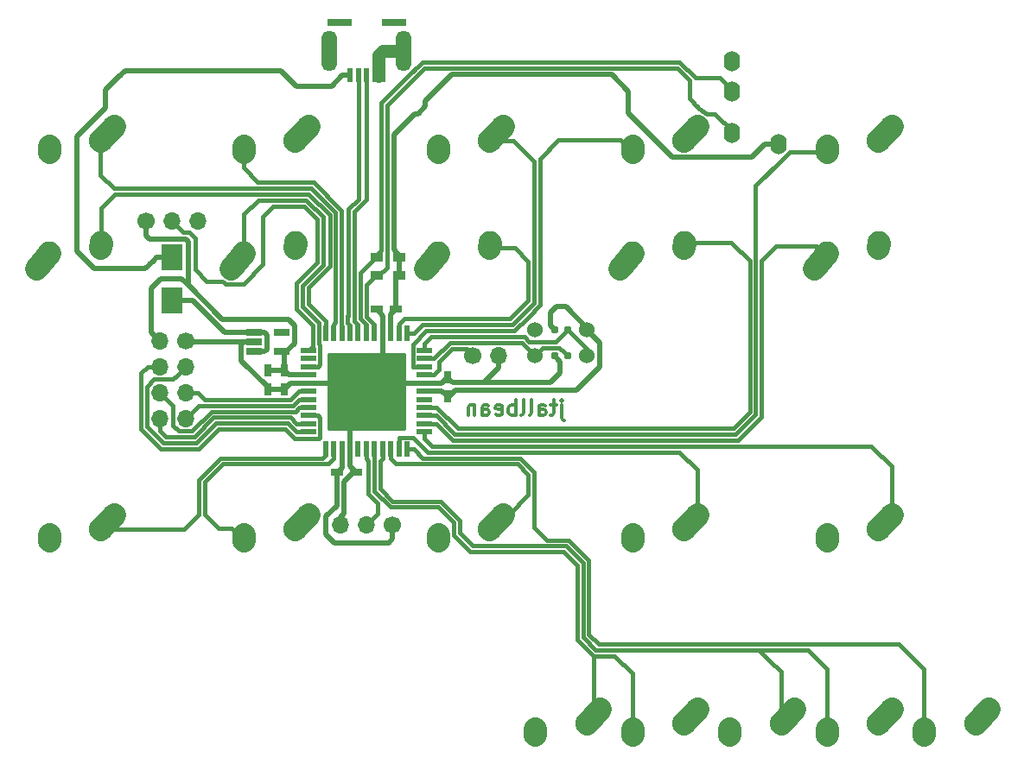
<source format=gbl>
G04 #@! TF.FileFunction,Copper,L2,Bot,Signal*
%FSLAX46Y46*%
G04 Gerber Fmt 4.6, Leading zero omitted, Abs format (unit mm)*
G04 Created by KiCad (PCBNEW 4.0.7) date 06/11/18 00:32:22*
%MOMM*%
%LPD*%
G01*
G04 APERTURE LIST*
%ADD10C,0.100000*%
%ADD11C,0.300000*%
%ADD12R,0.750000X1.200000*%
%ADD13R,1.200000X0.750000*%
%ADD14R,2.030000X2.650000*%
%ADD15R,2.350000X0.800000*%
%ADD16R,0.500000X1.400000*%
%ADD17O,1.500000X4.000000*%
%ADD18O,1.600000X2.000000*%
%ADD19C,1.700000*%
%ADD20O,1.700000X1.700000*%
%ADD21C,0.784860*%
%ADD22C,1.524000*%
%ADD23R,1.200000X0.900000*%
%ADD24C,2.250000*%
%ADD25C,2.250000*%
%ADD26R,1.560000X0.650000*%
%ADD27R,0.550000X1.500000*%
%ADD28R,1.500000X0.550000*%
%ADD29C,0.550000*%
%ADD30C,1.300000*%
%ADD31C,0.381000*%
%ADD32C,0.500000*%
%ADD33C,0.310000*%
%ADD34C,0.254000*%
G04 APERTURE END LIST*
D10*
D11*
X100071428Y-75178571D02*
X100071428Y-76464286D01*
X100142857Y-76607143D01*
X100285714Y-76678571D01*
X100357142Y-76678571D01*
X100071428Y-74678571D02*
X100142857Y-74750000D01*
X100071428Y-74821429D01*
X100000000Y-74750000D01*
X100071428Y-74678571D01*
X100071428Y-74821429D01*
X99571428Y-75178571D02*
X98999999Y-75178571D01*
X99357142Y-74678571D02*
X99357142Y-75964286D01*
X99285714Y-76107143D01*
X99142856Y-76178571D01*
X98999999Y-76178571D01*
X97857142Y-76178571D02*
X97857142Y-75392857D01*
X97928571Y-75250000D01*
X98071428Y-75178571D01*
X98357142Y-75178571D01*
X98499999Y-75250000D01*
X97857142Y-76107143D02*
X97999999Y-76178571D01*
X98357142Y-76178571D01*
X98499999Y-76107143D01*
X98571428Y-75964286D01*
X98571428Y-75821429D01*
X98499999Y-75678571D01*
X98357142Y-75607143D01*
X97999999Y-75607143D01*
X97857142Y-75535714D01*
X96928570Y-76178571D02*
X97071428Y-76107143D01*
X97142856Y-75964286D01*
X97142856Y-74678571D01*
X96142856Y-76178571D02*
X96285714Y-76107143D01*
X96357142Y-75964286D01*
X96357142Y-74678571D01*
X95571428Y-76178571D02*
X95571428Y-74678571D01*
X95571428Y-75250000D02*
X95428571Y-75178571D01*
X95142857Y-75178571D01*
X95000000Y-75250000D01*
X94928571Y-75321429D01*
X94857142Y-75464286D01*
X94857142Y-75892857D01*
X94928571Y-76035714D01*
X95000000Y-76107143D01*
X95142857Y-76178571D01*
X95428571Y-76178571D01*
X95571428Y-76107143D01*
X93642857Y-76107143D02*
X93785714Y-76178571D01*
X94071428Y-76178571D01*
X94214285Y-76107143D01*
X94285714Y-75964286D01*
X94285714Y-75392857D01*
X94214285Y-75250000D01*
X94071428Y-75178571D01*
X93785714Y-75178571D01*
X93642857Y-75250000D01*
X93571428Y-75392857D01*
X93571428Y-75535714D01*
X94285714Y-75678571D01*
X92285714Y-76178571D02*
X92285714Y-75392857D01*
X92357143Y-75250000D01*
X92500000Y-75178571D01*
X92785714Y-75178571D01*
X92928571Y-75250000D01*
X92285714Y-76107143D02*
X92428571Y-76178571D01*
X92785714Y-76178571D01*
X92928571Y-76107143D01*
X93000000Y-75964286D01*
X93000000Y-75821429D01*
X92928571Y-75678571D01*
X92785714Y-75607143D01*
X92428571Y-75607143D01*
X92285714Y-75535714D01*
X91571428Y-75178571D02*
X91571428Y-76178571D01*
X91571428Y-75321429D02*
X91500000Y-75250000D01*
X91357142Y-75178571D01*
X91142857Y-75178571D01*
X91000000Y-75250000D01*
X90928571Y-75392857D01*
X90928571Y-76178571D01*
D12*
X72900000Y-71750000D03*
X72900000Y-73650000D03*
X71300000Y-71750000D03*
X71300000Y-73650000D03*
D13*
X78050000Y-81800000D03*
X79950000Y-81800000D03*
D12*
X88900000Y-74350000D03*
X88900000Y-72450000D03*
D13*
X83850000Y-65800000D03*
X81950000Y-65800000D03*
D14*
X61900000Y-64900000D03*
X61900000Y-60720000D03*
D15*
X83645000Y-37660000D03*
X78295000Y-37660000D03*
D16*
X79370000Y-42860000D03*
X80170000Y-42860000D03*
X80970000Y-42860000D03*
X81770000Y-42860000D03*
X82570000Y-42860000D03*
D17*
X77320000Y-40460000D03*
X84620000Y-40460000D03*
D18*
X121350000Y-49550000D03*
X116750000Y-48450000D03*
X116750000Y-41450000D03*
X116750000Y-44450000D03*
D19*
X63240000Y-68880000D03*
D20*
X60700000Y-68880000D03*
X63240000Y-71420000D03*
X60700000Y-71420000D03*
X63240000Y-73960000D03*
X60700000Y-73960000D03*
X63240000Y-76500000D03*
X60700000Y-76500000D03*
D19*
X83540000Y-86900000D03*
D20*
X81000000Y-86900000D03*
X78460000Y-86900000D03*
D19*
X59360000Y-57150000D03*
D20*
X61900000Y-57150000D03*
X64440000Y-57150000D03*
D19*
X91400000Y-70300000D03*
D20*
X93940000Y-70300000D03*
D21*
X100647500Y-67786250D03*
X99377500Y-67786250D03*
X100647500Y-70326250D03*
X99377500Y-70326250D03*
D22*
X102552500Y-67786250D03*
X97472500Y-67786250D03*
X102552500Y-70326250D03*
X97472500Y-70326250D03*
D23*
X82000000Y-62500000D03*
X84200000Y-62500000D03*
X82000000Y-60700000D03*
X84200000Y-60700000D03*
D24*
X49887500Y-49743750D02*
X49847500Y-50323750D01*
D25*
X49847500Y-50323750D03*
D24*
X56197500Y-47783750D02*
X54887498Y-49243750D01*
D25*
X54887500Y-49243750D03*
D24*
X68937500Y-49743750D02*
X68897500Y-50323750D01*
D25*
X68897500Y-50323750D03*
D24*
X75247500Y-47783750D02*
X73937498Y-49243750D01*
D25*
X73937500Y-49243750D03*
D24*
X87987500Y-49743750D02*
X87947500Y-50323750D01*
D25*
X87947500Y-50323750D03*
D24*
X94297500Y-47783750D02*
X92987498Y-49243750D01*
D25*
X92987500Y-49243750D03*
D24*
X107037500Y-49743750D02*
X106997500Y-50323750D01*
D25*
X106997500Y-50323750D03*
D24*
X113347500Y-47783750D02*
X112037498Y-49243750D01*
D25*
X112037500Y-49243750D03*
D24*
X126087500Y-49743750D02*
X126047500Y-50323750D01*
D25*
X126047500Y-50323750D03*
D24*
X132397500Y-47783750D02*
X131087498Y-49243750D01*
D25*
X131087500Y-49243750D03*
D24*
X54887500Y-59793750D02*
X54927500Y-59213750D01*
D25*
X54927500Y-59213750D03*
D24*
X48577500Y-61753750D02*
X49887502Y-60293750D01*
D25*
X49887500Y-60293750D03*
D24*
X73937500Y-59793750D02*
X73977500Y-59213750D01*
D25*
X73977500Y-59213750D03*
D24*
X67627500Y-61753750D02*
X68937502Y-60293750D01*
D25*
X68937500Y-60293750D03*
D24*
X92987500Y-59793750D02*
X93027500Y-59213750D01*
D25*
X93027500Y-59213750D03*
D24*
X86677500Y-61753750D02*
X87987502Y-60293750D01*
D25*
X87987500Y-60293750D03*
D24*
X112037500Y-59793750D02*
X112077500Y-59213750D01*
D25*
X112077500Y-59213750D03*
D24*
X105727500Y-61753750D02*
X107037502Y-60293750D01*
D25*
X107037500Y-60293750D03*
D24*
X131087500Y-59793750D02*
X131127500Y-59213750D01*
D25*
X131127500Y-59213750D03*
D24*
X124777500Y-61753750D02*
X126087502Y-60293750D01*
D25*
X126087500Y-60293750D03*
D24*
X49887500Y-87843750D02*
X49847500Y-88423750D01*
D25*
X49847500Y-88423750D03*
D24*
X56197500Y-85883750D02*
X54887498Y-87343750D01*
D25*
X54887500Y-87343750D03*
D24*
X68937500Y-87843750D02*
X68897500Y-88423750D01*
D25*
X68897500Y-88423750D03*
D24*
X75247500Y-85883750D02*
X73937498Y-87343750D01*
D25*
X73937500Y-87343750D03*
D24*
X87987500Y-87843750D02*
X87947500Y-88423750D01*
D25*
X87947500Y-88423750D03*
D24*
X94297500Y-85883750D02*
X92987498Y-87343750D01*
D25*
X92987500Y-87343750D03*
D24*
X107037500Y-87843750D02*
X106997500Y-88423750D01*
D25*
X106997500Y-88423750D03*
D24*
X113347500Y-85883750D02*
X112037498Y-87343750D01*
D25*
X112037500Y-87343750D03*
D24*
X126087500Y-87843750D02*
X126047500Y-88423750D01*
D25*
X126047500Y-88423750D03*
D24*
X132397500Y-85883750D02*
X131087498Y-87343750D01*
D25*
X131087500Y-87343750D03*
D24*
X97512500Y-106893750D02*
X97472500Y-107473750D01*
D25*
X97472500Y-107473750D03*
D24*
X103822500Y-104933750D02*
X102512498Y-106393750D01*
D25*
X102512500Y-106393750D03*
D24*
X116562500Y-106893750D02*
X116522500Y-107473750D01*
D25*
X116522500Y-107473750D03*
D24*
X122872500Y-104933750D02*
X121562498Y-106393750D01*
D25*
X121562500Y-106393750D03*
D24*
X135612500Y-106893750D02*
X135572500Y-107473750D01*
D25*
X135572500Y-107473750D03*
D24*
X141922500Y-104933750D02*
X140612498Y-106393750D01*
D25*
X140612500Y-106393750D03*
D24*
X107037500Y-106893750D02*
X106997500Y-107473750D01*
D25*
X106997500Y-107473750D03*
D24*
X113347500Y-104933750D02*
X112037498Y-106393750D01*
D25*
X112037500Y-106393750D03*
D24*
X126087500Y-106893750D02*
X126047500Y-107473750D01*
D25*
X126047500Y-107473750D03*
D24*
X132397500Y-104933750D02*
X131087498Y-106393750D01*
D25*
X131087500Y-106393750D03*
D26*
X69950000Y-69950000D03*
X69950000Y-69000000D03*
X69950000Y-68050000D03*
X72650000Y-68050000D03*
X72650000Y-69950000D03*
D27*
X84950000Y-79518750D03*
X84150000Y-79518750D03*
X83350000Y-79518750D03*
X82550000Y-79518750D03*
X81750000Y-79518750D03*
X80950000Y-79518750D03*
X80150000Y-79518750D03*
X79350000Y-79518750D03*
X78550000Y-79518750D03*
X77750000Y-79518750D03*
X76950000Y-79518750D03*
D28*
X75250000Y-77818750D03*
X75250000Y-77018750D03*
X75250000Y-76218750D03*
X75250000Y-75418750D03*
X75250000Y-74618750D03*
X75250000Y-73818750D03*
X75250000Y-73018750D03*
X75250000Y-72218750D03*
X75250000Y-71418750D03*
X75250000Y-70618750D03*
X75250000Y-69818750D03*
D27*
X76950000Y-68118750D03*
X77750000Y-68118750D03*
X78550000Y-68118750D03*
X79350000Y-68118750D03*
X80150000Y-68118750D03*
X80950000Y-68118750D03*
X81750000Y-68118750D03*
X82550000Y-68118750D03*
X83350000Y-68118750D03*
X84150000Y-68118750D03*
X84950000Y-68118750D03*
D28*
X86650000Y-69818750D03*
X86650000Y-70618750D03*
X86650000Y-71418750D03*
X86650000Y-72218750D03*
X86650000Y-73018750D03*
X86650000Y-73818750D03*
X86650000Y-74618750D03*
X86650000Y-75418750D03*
X86650000Y-76218750D03*
X86650000Y-77018750D03*
X86650000Y-77818750D03*
D29*
X84200000Y-60700000D02*
X84200000Y-60500000D01*
X84200000Y-60500000D02*
X83656011Y-59956011D01*
X85706249Y-46593751D02*
X86055501Y-46593751D01*
X83656011Y-59956011D02*
X83656011Y-48643989D01*
X83656011Y-48643989D02*
X85706249Y-46593751D01*
X86055501Y-46593751D02*
X86757501Y-45891751D01*
X118706249Y-50843751D02*
X120000000Y-49550000D01*
X86757501Y-45891751D02*
X86757501Y-45319775D01*
X106625748Y-44425748D02*
X106625748Y-46525748D01*
X86757501Y-45319775D02*
X89302427Y-42774849D01*
X89302427Y-42774849D02*
X104974849Y-42774849D01*
X104974849Y-42774849D02*
X106625748Y-44425748D01*
X106625748Y-46525748D02*
X110943751Y-50843751D01*
X110943751Y-50843751D02*
X118706249Y-50843751D01*
X120000000Y-49550000D02*
X121350000Y-49550000D01*
X63500000Y-63434252D02*
X63500000Y-59124998D01*
X63500000Y-59124998D02*
X63295001Y-58919999D01*
X63295001Y-58919999D02*
X59729999Y-58919999D01*
X59729999Y-58919999D02*
X59360000Y-58550000D01*
X59360000Y-58550000D02*
X59360000Y-57150000D01*
X63500000Y-63434252D02*
X62865748Y-62800000D01*
X66828399Y-66762651D02*
X63500000Y-63434252D01*
X77000000Y-86100000D02*
X78050000Y-85050000D01*
X78050000Y-85050000D02*
X78050000Y-81800000D01*
X77000000Y-87900000D02*
X77000000Y-86100000D01*
X77800000Y-88700000D02*
X77000000Y-87900000D01*
X83140000Y-88700000D02*
X77800000Y-88700000D01*
X83540000Y-86900000D02*
X83540000Y-88300000D01*
X83540000Y-88300000D02*
X83140000Y-88700000D01*
X62865748Y-62800000D02*
X60804998Y-62800000D01*
X60804998Y-62800000D02*
X59850001Y-63754997D01*
X59850001Y-63754997D02*
X59850001Y-68030001D01*
X59850001Y-68030001D02*
X60700000Y-68880000D01*
X72650000Y-69950000D02*
X73105000Y-69950000D01*
X73105000Y-69950000D02*
X73905001Y-69149999D01*
X73905001Y-69149999D02*
X73905001Y-67344999D01*
X73905001Y-67344999D02*
X73322653Y-66762651D01*
X73322653Y-66762651D02*
X66828399Y-66762651D01*
X102552500Y-67786250D02*
X102552500Y-67622083D01*
X102552500Y-67622083D02*
X100477636Y-65547219D01*
X100477636Y-65547219D02*
X99547364Y-65547219D01*
X99547364Y-65547219D02*
X98985071Y-66109512D01*
X98985071Y-66109512D02*
X98985071Y-67393821D01*
X98985071Y-67393821D02*
X99377500Y-67786250D01*
X89649990Y-73750010D02*
X101507742Y-73750010D01*
X103789501Y-71468251D02*
X103789501Y-69023251D01*
X101507742Y-73750010D02*
X103789501Y-71468251D01*
X103789501Y-69023251D02*
X103314499Y-68548249D01*
X103314499Y-68548249D02*
X102552500Y-67786250D01*
X88900000Y-74350000D02*
X89050000Y-74350000D01*
X89050000Y-74350000D02*
X89649990Y-73750010D01*
X72900000Y-71750000D02*
X72900000Y-70200000D01*
X72900000Y-70200000D02*
X72650000Y-69950000D01*
X71300000Y-71750000D02*
X72900000Y-71750000D01*
X75250000Y-72218750D02*
X73368750Y-72218750D01*
X73368750Y-72218750D02*
X72900000Y-71750000D01*
X83850000Y-65800000D02*
X83850000Y-62850000D01*
X83850000Y-62850000D02*
X84200000Y-62500000D01*
X84200000Y-60700000D02*
X84200000Y-62500000D01*
X83350000Y-66300000D02*
X83350000Y-68118750D01*
X83850000Y-65800000D02*
X83350000Y-66300000D01*
X78050000Y-81800000D02*
X78550000Y-81300000D01*
X78550000Y-81300000D02*
X78550000Y-79518750D01*
X88900000Y-74350000D02*
X88368750Y-73818750D01*
X88368750Y-73818750D02*
X86650000Y-73818750D01*
D30*
X82170000Y-40860000D02*
X82170000Y-42920000D01*
X84620000Y-40460000D02*
X82570000Y-40460000D01*
X82570000Y-40460000D02*
X82170000Y-40860000D01*
D29*
X82550000Y-73050000D02*
X79350000Y-76250000D01*
X79350000Y-76250000D02*
X79350000Y-79518750D01*
X82550000Y-72020000D02*
X82550000Y-69418750D01*
X82550000Y-72020000D02*
X82550000Y-73050000D01*
X82550000Y-69418750D02*
X82550000Y-68118750D01*
X75250000Y-73018750D02*
X86650000Y-73018750D01*
X89400000Y-73000000D02*
X91800000Y-73000000D01*
X93940000Y-71502081D02*
X92442081Y-73000000D01*
X91800000Y-73000000D02*
X93900000Y-73000000D01*
X93940000Y-70300000D02*
X93940000Y-71502081D01*
X92442081Y-73000000D02*
X91800000Y-73000000D01*
X79950000Y-81800000D02*
X79725000Y-81800000D01*
X78800010Y-85799990D02*
X78460000Y-86140000D01*
X79725000Y-81800000D02*
X78800010Y-82724990D01*
X78800010Y-82724990D02*
X78800010Y-85799990D01*
X78460000Y-86140000D02*
X78460000Y-86900000D01*
X93900000Y-73000000D02*
X99025037Y-73000000D01*
X79950000Y-81800000D02*
X80000000Y-81800000D01*
X69950000Y-69000000D02*
X63360000Y-69000000D01*
X63360000Y-69000000D02*
X63240000Y-68880000D01*
X99025037Y-73000000D02*
X99964261Y-72060776D01*
X99964261Y-72060776D02*
X99964261Y-70913011D01*
X99964261Y-70913011D02*
X99769929Y-70718679D01*
X99769929Y-70718679D02*
X99377500Y-70326250D01*
X88900000Y-72500000D02*
X89400000Y-73000000D01*
X88900000Y-72450000D02*
X88900000Y-72500000D01*
X69950000Y-69000000D02*
X68939998Y-69000000D01*
X68939998Y-69000000D02*
X68694999Y-69244999D01*
X71300000Y-73425000D02*
X71300000Y-73650000D01*
X68694999Y-69244999D02*
X68694999Y-70819999D01*
X68694999Y-70819999D02*
X71300000Y-73425000D01*
X71300000Y-73650000D02*
X72900000Y-73650000D01*
X72900000Y-73650000D02*
X73531250Y-73018750D01*
X73531250Y-73018750D02*
X75250000Y-73018750D01*
X82550000Y-66400000D02*
X82550000Y-68118750D01*
X81950000Y-65800000D02*
X82550000Y-66400000D01*
X79950000Y-81800000D02*
X79350000Y-81200000D01*
X79350000Y-81200000D02*
X79350000Y-79518750D01*
X88900000Y-72450000D02*
X88331250Y-73018750D01*
X88331250Y-73018750D02*
X86650000Y-73018750D01*
D31*
X75247500Y-85883750D02*
X75251999Y-85879251D01*
D29*
X63905074Y-64900000D02*
X67055074Y-68050000D01*
X67055074Y-68050000D02*
X69950000Y-68050000D01*
X61900000Y-64900000D02*
X63905074Y-64900000D01*
X69950000Y-68050000D02*
X70960002Y-68050000D01*
X70960002Y-68050000D02*
X71205001Y-68294999D01*
X71205001Y-68294999D02*
X71205001Y-69705001D01*
X71205001Y-69705001D02*
X70960002Y-69950000D01*
X70960002Y-69950000D02*
X69950000Y-69950000D01*
D32*
X79370000Y-42860000D02*
X78620000Y-42860000D01*
X78620000Y-42860000D02*
X77561251Y-43918749D01*
X77561251Y-43918749D02*
X74118749Y-43918749D01*
X74118749Y-43918749D02*
X72600000Y-42400000D01*
X72600000Y-42400000D02*
X57300000Y-42400000D01*
X57300000Y-42400000D02*
X56700000Y-43000000D01*
X55400000Y-44300000D02*
X56700000Y-43000000D01*
X56700000Y-43000000D02*
X56900151Y-42799849D01*
X60105000Y-61000000D02*
X59305000Y-61800000D01*
X59305000Y-61800000D02*
X54300000Y-61800000D01*
X54300000Y-61800000D02*
X52600000Y-60100000D01*
X52600000Y-60100000D02*
X52600000Y-48800000D01*
X52600000Y-48800000D02*
X55400000Y-46000000D01*
X55400000Y-46000000D02*
X55400000Y-44300000D01*
X60385000Y-60720000D02*
X60105000Y-61000000D01*
X60105000Y-61000000D02*
X59738906Y-61366094D01*
X61900000Y-60720000D02*
X60385000Y-60720000D01*
D31*
X79205561Y-66385643D02*
X79211518Y-66376163D01*
X80170000Y-55000000D02*
X80170000Y-42860000D01*
X79144775Y-67161517D02*
X79135295Y-67155560D01*
X79216469Y-55953531D02*
X80170000Y-55000000D01*
X79135295Y-66415377D02*
X79144775Y-66409420D01*
X79350000Y-68118750D02*
X79350000Y-67350000D01*
X79144775Y-66409420D02*
X79155343Y-66405722D01*
X79135295Y-67155560D02*
X79127378Y-67147643D01*
X79350000Y-67350000D02*
X79216469Y-67216469D01*
X79205561Y-67185294D02*
X79197644Y-67177377D01*
X79188164Y-67171420D02*
X79177596Y-67167722D01*
X79216469Y-67216469D02*
X79215216Y-67205342D01*
X79177596Y-67167722D02*
X79155343Y-67165215D01*
X79215216Y-67205342D02*
X79211518Y-67194774D01*
X79211518Y-67194774D02*
X79205561Y-67185294D01*
X79197644Y-67177377D02*
X79188164Y-67171420D01*
X79127378Y-67147643D02*
X79121421Y-67138163D01*
X79155343Y-67165215D02*
X79144775Y-67161517D01*
X79121421Y-67138163D02*
X79117723Y-67127595D01*
X79117723Y-66443342D02*
X79121421Y-66432774D01*
X79117723Y-67127595D02*
X79116469Y-67116469D01*
X79116469Y-67116469D02*
X79116469Y-66454469D01*
X79215216Y-66365595D02*
X79216469Y-66354469D01*
X79116469Y-66454469D02*
X79117723Y-66443342D01*
X79121421Y-66432774D02*
X79127378Y-66423294D01*
X79127378Y-66423294D02*
X79135295Y-66415377D01*
X79155343Y-66405722D02*
X79177596Y-66403215D01*
X79211518Y-66376163D02*
X79215216Y-66365595D01*
X79177596Y-66403215D02*
X79188164Y-66399517D01*
X79188164Y-66399517D02*
X79197644Y-66393560D01*
X79216469Y-66354469D02*
X79216469Y-55953531D01*
X79197644Y-66393560D02*
X79205561Y-66385643D01*
X80970000Y-54100000D02*
X80970000Y-43941000D01*
X80150000Y-68118750D02*
X80150000Y-67321246D01*
X79797479Y-66968725D02*
X79797479Y-56194193D01*
X80150000Y-67321246D02*
X79797479Y-66968725D01*
X79797479Y-56194193D02*
X80970000Y-55021672D01*
X80970000Y-55021672D02*
X80970000Y-54100000D01*
X80970000Y-43941000D02*
X80970000Y-42860000D01*
X102552500Y-70326250D02*
X102552500Y-69691250D01*
X102552500Y-69691250D02*
X100647500Y-67786250D01*
X87331740Y-68481010D02*
X96461558Y-68481010D01*
X96919299Y-68938751D02*
X99494999Y-68938751D01*
X96461558Y-68481010D02*
X96919299Y-68938751D01*
X99494999Y-68938751D02*
X100255071Y-68178679D01*
X100255071Y-68178679D02*
X100647500Y-67786250D01*
X86650000Y-69818750D02*
X86650000Y-69162750D01*
X86650000Y-69162750D02*
X87331740Y-68481010D01*
X97472500Y-70326250D02*
X98255431Y-69543319D01*
X98255431Y-69543319D02*
X99864569Y-69543319D01*
X100255071Y-69933821D02*
X100647500Y-70326250D01*
X99864569Y-69543319D02*
X100255071Y-69933821D01*
X89134632Y-69062020D02*
X96208270Y-69062020D01*
X96208270Y-69062020D02*
X97472500Y-70326250D01*
X86650000Y-70618750D02*
X87577902Y-70618750D01*
X87577902Y-70618750D02*
X89134632Y-69062020D01*
X73921672Y-53900000D02*
X72700000Y-53900000D01*
X77750000Y-68118750D02*
X77750000Y-67250000D01*
X77750000Y-67250000D02*
X77954449Y-67045551D01*
X77954450Y-56311108D02*
X75543342Y-53900000D01*
X72700000Y-53900000D02*
X58200000Y-53900000D01*
X77954449Y-67045551D02*
X77954450Y-56311108D01*
X75543342Y-53900000D02*
X72700000Y-53900000D01*
X58200000Y-53900000D02*
X57900000Y-53900000D01*
X56197500Y-47783750D02*
X56197500Y-49002500D01*
X56197500Y-49002500D02*
X54900000Y-50300000D01*
X54900000Y-50300000D02*
X54900000Y-52600000D01*
X56200000Y-53900000D02*
X58200000Y-53900000D01*
X54900000Y-52600000D02*
X56200000Y-53900000D01*
X68897500Y-51916490D02*
X70300000Y-53318990D01*
X68897500Y-50323750D02*
X68897500Y-51916490D01*
X70300000Y-53318990D02*
X73100000Y-53318990D01*
X73100000Y-53318990D02*
X74162334Y-53318990D01*
X75784004Y-53318990D02*
X73100000Y-53318990D01*
X78535459Y-56070445D02*
X75784004Y-53318990D01*
X78535459Y-68104209D02*
X78535459Y-56070445D01*
X78550000Y-68118750D02*
X78535459Y-68104209D01*
X97414011Y-51300000D02*
X97414011Y-52000000D01*
X92987500Y-49243750D02*
X95357761Y-49243750D01*
X95357761Y-49243750D02*
X97414011Y-51300000D01*
X97414011Y-65141853D02*
X97414011Y-52000000D01*
X86465589Y-67259161D02*
X95296704Y-67259160D01*
X95296704Y-67259160D02*
X97414011Y-65141853D01*
X84950000Y-68118750D02*
X85606000Y-68118750D01*
X85606000Y-68118750D02*
X86465589Y-67259161D01*
X84950000Y-68118750D02*
X84950000Y-67850000D01*
X106997500Y-50323750D02*
X105872501Y-49198751D01*
X105872501Y-49198751D02*
X99796270Y-49198751D01*
X99796270Y-49198751D02*
X97995021Y-51000000D01*
X95477536Y-67900000D02*
X96777536Y-66600000D01*
X96777536Y-66600000D02*
X98000000Y-65377536D01*
X97995021Y-51000000D02*
X97995021Y-65382515D01*
X97995021Y-65382515D02*
X96777536Y-66600000D01*
X86840848Y-67900000D02*
X95477536Y-67900000D01*
X85509499Y-69231349D02*
X86840848Y-67900000D01*
X85509499Y-71409249D02*
X85509499Y-69231349D01*
X85519000Y-71418750D02*
X85509499Y-71409249D01*
X86650000Y-71418750D02*
X85519000Y-71418750D01*
X119100000Y-53678502D02*
X119100000Y-54800000D01*
X119100000Y-54800000D02*
X119100000Y-76100000D01*
X126047500Y-50323750D02*
X122459885Y-50323750D01*
X122459885Y-50323750D02*
X119100000Y-53683635D01*
X119100000Y-53683635D02*
X119100000Y-54800000D01*
X119100000Y-76100000D02*
X117145701Y-78054299D01*
X120939251Y-51839251D02*
X119100000Y-53678502D01*
X117145701Y-78054299D02*
X89638221Y-78054299D01*
X89638221Y-78054299D02*
X87802672Y-76218750D01*
X87802672Y-76218750D02*
X87781000Y-76218750D01*
X87781000Y-76218750D02*
X86650000Y-76218750D01*
X58440662Y-54481010D02*
X56300000Y-54481010D01*
X54927500Y-59213750D02*
X54927500Y-55853510D01*
X54927500Y-55853510D02*
X56300000Y-54481010D01*
X73681010Y-54481010D02*
X73500000Y-54481010D01*
X73500000Y-54481010D02*
X58440662Y-54481010D01*
X75302682Y-54481010D02*
X73500000Y-54481010D01*
X77373439Y-56551767D02*
X75302682Y-54481010D01*
X75251999Y-63686309D02*
X77373440Y-61564868D01*
X75251999Y-65289749D02*
X75251999Y-63686309D01*
X77373440Y-61564868D02*
X77373439Y-56551767D01*
X76950000Y-68118750D02*
X76950000Y-66987750D01*
X76950000Y-66987750D02*
X75251999Y-65289749D01*
X68937500Y-60293750D02*
X68937500Y-56462500D01*
X68937500Y-56462500D02*
X70337980Y-55062020D01*
X70337980Y-55062020D02*
X75062020Y-55062020D01*
X75062020Y-55062020D02*
X76700000Y-56700000D01*
X74670990Y-63445646D02*
X74670989Y-65530411D01*
X76700000Y-56700000D02*
X76700000Y-61416636D01*
X76284499Y-67143921D02*
X76284499Y-69181151D01*
X76700000Y-61416636D02*
X74670990Y-63445646D01*
X76284499Y-69181151D02*
X76390501Y-69287153D01*
X74670989Y-65530411D02*
X76284499Y-67143921D01*
X76390501Y-69287153D02*
X76390501Y-71206151D01*
X76390501Y-71206151D02*
X76177902Y-71418750D01*
X76177902Y-71418750D02*
X75250000Y-71418750D01*
X96833001Y-63686309D02*
X96833001Y-64100000D01*
X96833001Y-64100000D02*
X96833001Y-64600000D01*
X92987500Y-59793750D02*
X95493750Y-59793750D01*
X95493750Y-59793750D02*
X96833001Y-61133001D01*
X96833001Y-61133001D02*
X96833001Y-64100000D01*
X96833001Y-64901191D02*
X96833001Y-64600000D01*
X95056041Y-66678151D02*
X96833001Y-64901191D01*
X84662697Y-66678151D02*
X95056041Y-66678151D01*
X84150000Y-67190848D02*
X84662697Y-66678151D01*
X84150000Y-68118750D02*
X84150000Y-67190848D01*
X116713750Y-59213750D02*
X118518990Y-61018990D01*
X112077500Y-59213750D02*
X116713750Y-59213750D01*
X118518990Y-75300000D02*
X118518990Y-63500000D01*
X118518990Y-75681010D02*
X118518990Y-75300000D01*
X116905039Y-77473289D02*
X118518990Y-75859338D01*
X118518990Y-75859338D02*
X118518990Y-75300000D01*
X118518990Y-63500000D02*
X118518990Y-61518990D01*
X118518990Y-61018990D02*
X118518990Y-63500000D01*
X89902797Y-77473289D02*
X116905039Y-77473289D01*
X87848258Y-75418750D02*
X89902797Y-77473289D01*
X86650000Y-75418750D02*
X87848258Y-75418750D01*
X86650000Y-77018750D02*
X87781000Y-77018750D01*
X87781000Y-77018750D02*
X89397559Y-78635309D01*
X117386363Y-78635309D02*
X119681009Y-76340663D01*
X125100000Y-61431250D02*
X124777500Y-61753750D01*
X89397559Y-78635309D02*
X117386363Y-78635309D01*
X125100000Y-59600000D02*
X125100000Y-61431250D01*
X119681009Y-76340663D02*
X119681010Y-61018990D01*
X119681010Y-61018990D02*
X121100000Y-59600000D01*
X121100000Y-59600000D02*
X125100000Y-59600000D01*
X124777500Y-61753750D02*
X124174558Y-61753750D01*
X54887500Y-87343750D02*
X63056250Y-87343750D01*
X63056250Y-87343750D02*
X64510989Y-85889011D01*
X64510989Y-85889011D02*
X64510989Y-82495647D01*
X66628296Y-80378340D02*
X76621661Y-80378339D01*
X64510989Y-82495647D02*
X66628296Y-80378340D01*
X76621661Y-80378339D02*
X76950000Y-80050000D01*
X76950000Y-80050000D02*
X76950000Y-79518750D01*
X66490750Y-87298751D02*
X65091999Y-85900000D01*
X68897500Y-88423750D02*
X67772501Y-87298751D01*
X67772501Y-87298751D02*
X66490750Y-87298751D01*
X65091999Y-82736309D02*
X65091999Y-85900000D01*
X66868959Y-80959349D02*
X65091999Y-82736309D01*
X77237303Y-80959349D02*
X66868959Y-80959349D01*
X77750000Y-79518750D02*
X77750000Y-80446652D01*
X77750000Y-80446652D02*
X77237303Y-80959349D01*
X91300000Y-80959349D02*
X95759349Y-80959349D01*
X95759349Y-80959349D02*
X96833001Y-82033001D01*
X96833001Y-83951191D02*
X94900442Y-85883750D01*
X96833001Y-82033001D02*
X96833001Y-83951191D01*
X94900442Y-85883750D02*
X94297500Y-85883750D01*
X83862697Y-80959349D02*
X91300000Y-80959349D01*
X91300000Y-80959349D02*
X91632013Y-80959349D01*
X83350000Y-79518750D02*
X83350000Y-80446652D01*
X83350000Y-80446652D02*
X83862697Y-80959349D01*
X84150000Y-79518750D02*
X84150000Y-78387750D01*
X84150000Y-78387750D02*
X84159501Y-78378249D01*
X84159501Y-78378249D02*
X85537401Y-78378249D01*
X85537401Y-78378249D02*
X86956481Y-79797329D01*
X111597329Y-79797329D02*
X113347500Y-81547500D01*
X86956481Y-79797329D02*
X111597329Y-79797329D01*
X113347500Y-81547500D02*
X113347500Y-83624836D01*
X113347500Y-83624836D02*
X113347500Y-85883750D01*
X87391569Y-79216319D02*
X127800000Y-79216319D01*
X127800000Y-79216319D02*
X127988983Y-79216319D01*
X132397500Y-85883750D02*
X132397500Y-81197500D01*
X132397500Y-81197500D02*
X130416319Y-79216319D01*
X130416319Y-79216319D02*
X127800000Y-79216319D01*
X86650000Y-77818750D02*
X86650000Y-78474750D01*
X86650000Y-78474750D02*
X87391569Y-79216319D01*
X91867748Y-89581010D02*
X92900000Y-89581010D01*
X92900000Y-89581010D02*
X100281010Y-89581010D01*
X85500000Y-85190261D02*
X87983425Y-85190261D01*
X87983425Y-85190261D02*
X89500345Y-86707181D01*
X89500345Y-86707181D02*
X89500345Y-87922017D01*
X89500345Y-87922017D02*
X91159338Y-89581010D01*
X91159338Y-89581010D02*
X92900000Y-89581010D01*
X84559397Y-85190261D02*
X85500000Y-85190261D01*
X81750000Y-83650000D02*
X83290261Y-85190261D01*
X81750000Y-79518750D02*
X81750000Y-83650000D01*
X83290261Y-85190261D02*
X85500000Y-85190261D01*
X106997500Y-101500000D02*
X106997500Y-106853750D01*
X103191999Y-99791999D02*
X105289499Y-99791999D01*
X105289499Y-99791999D02*
X106997500Y-101500000D01*
X101600000Y-98200000D02*
X103191999Y-99791999D01*
X100281010Y-89581010D02*
X101600000Y-90900000D01*
X101600000Y-90900000D02*
X101600000Y-98200000D01*
X103191999Y-99791999D02*
X103191999Y-104303249D01*
X103191999Y-104303249D02*
X103822500Y-104933750D01*
X106997500Y-106853750D02*
X107037500Y-106893750D01*
X82331010Y-80668990D02*
X82331010Y-83409338D01*
X82331010Y-83409338D02*
X83530924Y-84609252D01*
X83530924Y-84609252D02*
X88224088Y-84609252D01*
X82337401Y-80659251D02*
X82337401Y-80662599D01*
X82337401Y-80662599D02*
X82331010Y-80668990D01*
X82550000Y-79518750D02*
X82550000Y-80446652D01*
X82550000Y-80446652D02*
X82337401Y-80659251D01*
X83609251Y-84609251D02*
X88224088Y-84609252D01*
X90081354Y-87681354D02*
X91400000Y-89000000D01*
X91400000Y-89000000D02*
X100521673Y-89000001D01*
X88224088Y-84609252D02*
X90081353Y-86466517D01*
X90081353Y-86466517D02*
X90081354Y-87681354D01*
X102181010Y-90659338D02*
X102181010Y-97959338D01*
X100521673Y-89000001D02*
X102181010Y-90659338D01*
X102181010Y-97959338D02*
X103432661Y-99210989D01*
X103432661Y-99210989D02*
X119408653Y-99210989D01*
X126087500Y-101087500D02*
X125300000Y-100300000D01*
X125300000Y-100300000D02*
X124534179Y-99534179D01*
X119408653Y-99210989D02*
X124210989Y-99210989D01*
X124210989Y-99210989D02*
X125300000Y-100300000D01*
X121562500Y-101364836D02*
X120400000Y-100202336D01*
X120400000Y-100202336D02*
X119731843Y-99534179D01*
X119408653Y-99210989D02*
X120400000Y-100202336D01*
X126087500Y-106893750D02*
X126087500Y-101087500D01*
X121562500Y-106393750D02*
X121562500Y-101364836D01*
X103729979Y-98629979D02*
X133100000Y-98629979D01*
X135572500Y-107473750D02*
X135572500Y-101102479D01*
X135572500Y-101102479D02*
X133100000Y-98629979D01*
X84950000Y-79518750D02*
X85606000Y-79518750D01*
X85606000Y-79518750D02*
X86465589Y-80378339D01*
X86465589Y-80378339D02*
X96000012Y-80378340D01*
X96000012Y-80378340D02*
X97414011Y-81792339D01*
X97414011Y-81792339D02*
X97414011Y-87214011D01*
X97414011Y-87214011D02*
X98618992Y-88418992D01*
X98618992Y-88418992D02*
X100762336Y-88418992D01*
X100762336Y-88418992D02*
X102762020Y-90418676D01*
X102762020Y-90418676D02*
X102762020Y-97662020D01*
X102762020Y-97662020D02*
X103729979Y-98629979D01*
X113351999Y-45851191D02*
X113500000Y-45999192D01*
X82150000Y-62500000D02*
X82990501Y-61659499D01*
X86668969Y-42109339D02*
X111409339Y-42109339D01*
X113500000Y-45999192D02*
X113769667Y-46268859D01*
X112600000Y-43300000D02*
X112600000Y-45099192D01*
X82000000Y-62500000D02*
X82150000Y-62500000D01*
X82990501Y-61659499D02*
X82990501Y-45787807D01*
X112600000Y-45099192D02*
X113500000Y-45999192D01*
X82990501Y-45787807D02*
X86668969Y-42109339D01*
X111409339Y-42109339D02*
X112600000Y-43300000D01*
X80959499Y-66487401D02*
X80959499Y-66000000D01*
X80959499Y-66000000D02*
X80959499Y-64371501D01*
X80959499Y-63390501D02*
X80959499Y-66000000D01*
X82000000Y-62500000D02*
X81850000Y-62500000D01*
X81850000Y-62500000D02*
X80959499Y-63390501D01*
X114300000Y-46600000D02*
X113769667Y-46268859D01*
X116750000Y-48450000D02*
X116750000Y-48250000D01*
X116750000Y-48250000D02*
X115100000Y-46600000D01*
X115100000Y-46600000D02*
X114300000Y-46600000D01*
X81750000Y-68118750D02*
X81750000Y-67277902D01*
X81750000Y-67277902D02*
X80959499Y-66487401D01*
X116750000Y-44450000D02*
X116750000Y-44250000D01*
X116750000Y-44250000D02*
X115578328Y-43078328D01*
X115578328Y-43078328D02*
X113200000Y-43078328D01*
X110450001Y-41528329D02*
X111650002Y-41528330D01*
X111650002Y-41528330D02*
X113200000Y-43078328D01*
X82409492Y-45547144D02*
X85300000Y-42656636D01*
X86428307Y-41528329D02*
X85300000Y-42656636D01*
X85300000Y-42656636D02*
X85678297Y-42278339D01*
X110450001Y-41528329D02*
X86428307Y-41528329D01*
X82409492Y-56097968D02*
X82409492Y-45547144D01*
X82409491Y-59990509D02*
X82409492Y-56097968D01*
X82000000Y-60700000D02*
X82000000Y-60400000D01*
X82000000Y-60400000D02*
X82409491Y-59990509D01*
X80950000Y-68118750D02*
X80950000Y-67299574D01*
X80378489Y-62171511D02*
X81850000Y-60700000D01*
X80950000Y-67299574D02*
X80378489Y-66728063D01*
X80378489Y-66728063D02*
X80378489Y-62171511D01*
X81850000Y-60700000D02*
X82000000Y-60700000D01*
X75250000Y-77818750D02*
X74097328Y-77818750D01*
X60163557Y-72660501D02*
X61999499Y-72660501D01*
X74097328Y-77818750D02*
X73243118Y-76964540D01*
X73243118Y-76964540D02*
X66254746Y-76964540D01*
X59459499Y-73364559D02*
X60163557Y-72660501D01*
X66254746Y-76964540D02*
X64316766Y-78902520D01*
X59459499Y-77283252D02*
X59459499Y-73364559D01*
X64316766Y-78902520D02*
X61078766Y-78902519D01*
X61078766Y-78902519D02*
X59459499Y-77283252D01*
X61999499Y-72660501D02*
X62390001Y-72269999D01*
X62390001Y-72269999D02*
X63240000Y-71420000D01*
X63240000Y-71302386D02*
X63240000Y-71420000D01*
X64557427Y-79483529D02*
X60838104Y-79483529D01*
X60838104Y-79483529D02*
X58878489Y-77523914D01*
X58878489Y-77523914D02*
X58878489Y-72039430D01*
X58878489Y-72039430D02*
X59497919Y-71420000D01*
X59497919Y-71420000D02*
X60700000Y-71420000D01*
X73002456Y-77545550D02*
X66495408Y-77545550D01*
X66495408Y-77545550D02*
X64557427Y-79483529D01*
X75250000Y-76218750D02*
X76177902Y-76218750D01*
X73941157Y-78484251D02*
X73002456Y-77545550D01*
X76177902Y-76218750D02*
X76390501Y-76431349D01*
X76390501Y-76431349D02*
X76390501Y-78406151D01*
X76390501Y-78406151D02*
X76312401Y-78484251D01*
X76312401Y-78484251D02*
X73941157Y-78484251D01*
X60700000Y-71420000D02*
X60582386Y-71420000D01*
X64442081Y-73960000D02*
X65122582Y-74640501D01*
X63240000Y-73960000D02*
X64442081Y-73960000D01*
X65122582Y-74640501D02*
X73500347Y-74640501D01*
X74322098Y-73818750D02*
X75250000Y-73818750D01*
X73500347Y-74640501D02*
X74322098Y-73818750D01*
X73981672Y-75802520D02*
X65773422Y-75802520D01*
X65773422Y-75802520D02*
X63835441Y-77740501D01*
X63835441Y-77740501D02*
X62585561Y-77740501D01*
X62585561Y-77740501D02*
X61999499Y-77154439D01*
X61999499Y-77154439D02*
X61999499Y-75259499D01*
X61999499Y-75259499D02*
X61549999Y-74809999D01*
X61549999Y-74809999D02*
X60700000Y-73960000D01*
X75250000Y-75418750D02*
X74365442Y-75418750D01*
X74365442Y-75418750D02*
X73981672Y-75802520D01*
X63240000Y-76500000D02*
X64518490Y-75221510D01*
X64518490Y-75221510D02*
X73741010Y-75221510D01*
X73741010Y-75221510D02*
X74343770Y-74618750D01*
X74343770Y-74618750D02*
X75250000Y-74618750D01*
X73483780Y-76383530D02*
X66014084Y-76383530D01*
X66014084Y-76383530D02*
X64076104Y-78321510D01*
X64076104Y-78321510D02*
X61319429Y-78321510D01*
X60700000Y-77702081D02*
X60700000Y-76500000D01*
X61319429Y-78321510D02*
X60700000Y-77702081D01*
X75250000Y-77018750D02*
X74119000Y-77018750D01*
X74119000Y-77018750D02*
X73483780Y-76383530D01*
X80950000Y-79518750D02*
X80950000Y-80446652D01*
X80950000Y-80446652D02*
X81168990Y-80665642D01*
X81168990Y-80665642D02*
X81168991Y-83890663D01*
X81168991Y-83890663D02*
X82100000Y-84821672D01*
X82100000Y-84821672D02*
X82100000Y-85800000D01*
X82100000Y-85800000D02*
X81000000Y-86900000D01*
X80950000Y-86850000D02*
X81000000Y-86900000D01*
D33*
X66870961Y-63028249D02*
X67000000Y-63157288D01*
D31*
X75250000Y-69818750D02*
X75281250Y-69818750D01*
X75281250Y-69818750D02*
X75703489Y-69396511D01*
X75703489Y-67384583D02*
X74089980Y-65771072D01*
X76118990Y-56940662D02*
X74878328Y-55700000D01*
X75703489Y-69396511D02*
X75703489Y-67384583D01*
X68902336Y-63300000D02*
X67142712Y-63300000D01*
X74089980Y-65771072D02*
X74089981Y-63204983D01*
X74089981Y-63204983D02*
X76118990Y-61175974D01*
X76118990Y-61175974D02*
X76118990Y-56940662D01*
X74878328Y-55700000D02*
X71800000Y-55700000D01*
X71800000Y-55700000D02*
X70800000Y-56700000D01*
X70800000Y-56700000D02*
X70800000Y-61402336D01*
X70800000Y-61402336D02*
X68902336Y-63300000D01*
X67142712Y-63300000D02*
X67000000Y-63157288D01*
X64165510Y-60900000D02*
X64165510Y-61400000D01*
X64165510Y-61400000D02*
X64165510Y-61565510D01*
X66761071Y-63028249D02*
X65328249Y-63028249D01*
X65328249Y-63028249D02*
X64165510Y-61865510D01*
X64165510Y-61865510D02*
X64165510Y-61400000D01*
X64165510Y-58849335D02*
X64165510Y-60900000D01*
X61900000Y-57150000D02*
X63004489Y-58254489D01*
X63004489Y-58254489D02*
X63570664Y-58254489D01*
X63570664Y-58254489D02*
X64165510Y-58849335D01*
X86650000Y-72218750D02*
X87577902Y-72218750D01*
X87577902Y-72218750D02*
X88100000Y-71696652D01*
X89375294Y-69643030D02*
X90743030Y-69643030D01*
X88100000Y-71696652D02*
X88100000Y-70918324D01*
X88100000Y-70918324D02*
X89375294Y-69643030D01*
X90743030Y-69643030D02*
X91400000Y-70300000D01*
D34*
G36*
X84673000Y-77552749D02*
X84159501Y-77552749D01*
X84057692Y-77573000D01*
X77227000Y-77573000D01*
X77227000Y-70127000D01*
X84673000Y-70127000D01*
X84673000Y-77552749D01*
X84673000Y-77552749D01*
G37*
X84673000Y-77552749D02*
X84159501Y-77552749D01*
X84057692Y-77573000D01*
X77227000Y-77573000D01*
X77227000Y-70127000D01*
X84673000Y-70127000D01*
X84673000Y-77552749D01*
M02*

</source>
